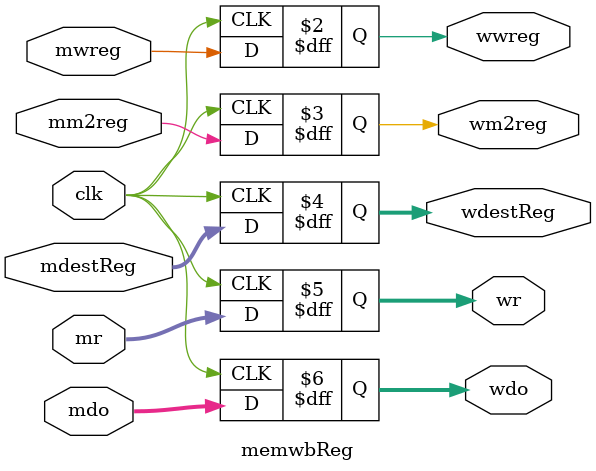
<source format=v>
`timescale 1ns / 1ps
module memwbReg(
 input mwreg,
 input mm2reg,
 input [4:0] mdestReg,
 input [31:0] mr,
 input [31:0] mdo,
 input clk,
 output reg wwreg,
 output reg wm2reg,
 output reg [4:0] wdestReg,
 output reg [31:0] wr,
 output reg [31:0] wdo
 );
always @(posedge clk) begin
 wwreg = mwreg;
 wm2reg = mm2reg;
 wdestReg = mdestReg;
 wr = mr;
 wdo = mdo;
end 
endmodule

</source>
